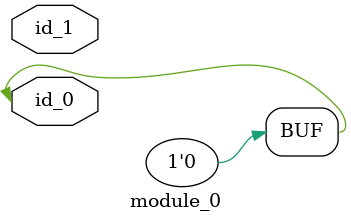
<source format=v>
module module_0 (
    input id_0,
    input id_1
);
  assign id_2[1] = id_0;
  assign #(id_0) {id_0, id_0} = id_0;
  generate
    assign id_2[1] = id_2;
  endgenerate
endmodule

</source>
